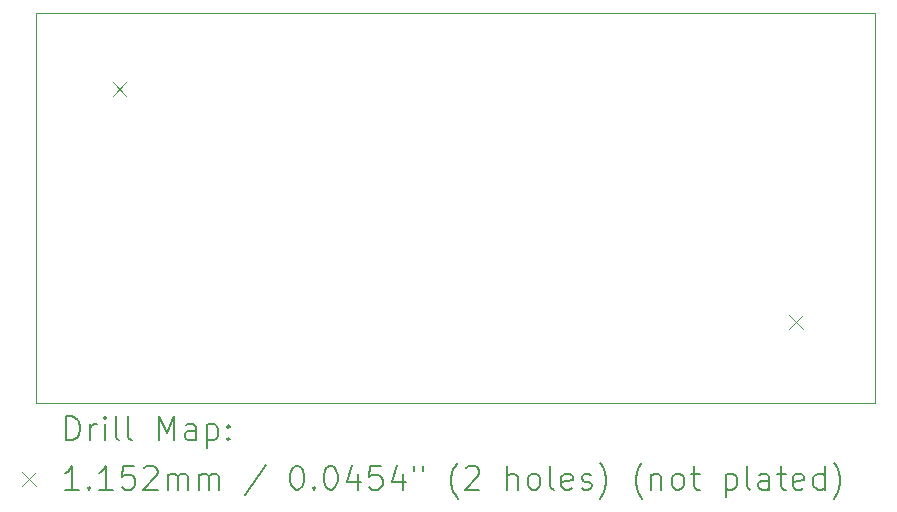
<source format=gbr>
%TF.GenerationSoftware,KiCad,Pcbnew,7.0.8*%
%TF.CreationDate,2023-11-17T13:56:43+01:00*%
%TF.ProjectId,shmoergh-dual-rail-psu,73686d6f-6572-4676-982d-6475616c2d72,rev?*%
%TF.SameCoordinates,Original*%
%TF.FileFunction,Drillmap*%
%TF.FilePolarity,Positive*%
%FSLAX45Y45*%
G04 Gerber Fmt 4.5, Leading zero omitted, Abs format (unit mm)*
G04 Created by KiCad (PCBNEW 7.0.8) date 2023-11-17 13:56:43*
%MOMM*%
%LPD*%
G01*
G04 APERTURE LIST*
%ADD10C,0.100000*%
%ADD11C,0.200000*%
%ADD12C,0.115200*%
G04 APERTURE END LIST*
D10*
X1900000Y-1500000D02*
X9000000Y-1500000D01*
X9000000Y-1500000D02*
X9000000Y-4800000D01*
X1900000Y-4800000D02*
X1900000Y-1500000D01*
X9000000Y-4800000D02*
X1900000Y-4800000D01*
D11*
D12*
X2545900Y-2088700D02*
X2661100Y-2203900D01*
X2661100Y-2088700D02*
X2545900Y-2203900D01*
X8273600Y-4057200D02*
X8388800Y-4172400D01*
X8388800Y-4057200D02*
X8273600Y-4172400D01*
D11*
X2155777Y-5116484D02*
X2155777Y-4916484D01*
X2155777Y-4916484D02*
X2203396Y-4916484D01*
X2203396Y-4916484D02*
X2231967Y-4926008D01*
X2231967Y-4926008D02*
X2251015Y-4945055D01*
X2251015Y-4945055D02*
X2260539Y-4964103D01*
X2260539Y-4964103D02*
X2270063Y-5002198D01*
X2270063Y-5002198D02*
X2270063Y-5030770D01*
X2270063Y-5030770D02*
X2260539Y-5068865D01*
X2260539Y-5068865D02*
X2251015Y-5087912D01*
X2251015Y-5087912D02*
X2231967Y-5106960D01*
X2231967Y-5106960D02*
X2203396Y-5116484D01*
X2203396Y-5116484D02*
X2155777Y-5116484D01*
X2355777Y-5116484D02*
X2355777Y-4983150D01*
X2355777Y-5021246D02*
X2365301Y-5002198D01*
X2365301Y-5002198D02*
X2374824Y-4992674D01*
X2374824Y-4992674D02*
X2393872Y-4983150D01*
X2393872Y-4983150D02*
X2412920Y-4983150D01*
X2479586Y-5116484D02*
X2479586Y-4983150D01*
X2479586Y-4916484D02*
X2470063Y-4926008D01*
X2470063Y-4926008D02*
X2479586Y-4935531D01*
X2479586Y-4935531D02*
X2489110Y-4926008D01*
X2489110Y-4926008D02*
X2479586Y-4916484D01*
X2479586Y-4916484D02*
X2479586Y-4935531D01*
X2603396Y-5116484D02*
X2584348Y-5106960D01*
X2584348Y-5106960D02*
X2574824Y-5087912D01*
X2574824Y-5087912D02*
X2574824Y-4916484D01*
X2708158Y-5116484D02*
X2689110Y-5106960D01*
X2689110Y-5106960D02*
X2679586Y-5087912D01*
X2679586Y-5087912D02*
X2679586Y-4916484D01*
X2936729Y-5116484D02*
X2936729Y-4916484D01*
X2936729Y-4916484D02*
X3003396Y-5059341D01*
X3003396Y-5059341D02*
X3070062Y-4916484D01*
X3070062Y-4916484D02*
X3070062Y-5116484D01*
X3251015Y-5116484D02*
X3251015Y-5011722D01*
X3251015Y-5011722D02*
X3241491Y-4992674D01*
X3241491Y-4992674D02*
X3222443Y-4983150D01*
X3222443Y-4983150D02*
X3184348Y-4983150D01*
X3184348Y-4983150D02*
X3165301Y-4992674D01*
X3251015Y-5106960D02*
X3231967Y-5116484D01*
X3231967Y-5116484D02*
X3184348Y-5116484D01*
X3184348Y-5116484D02*
X3165301Y-5106960D01*
X3165301Y-5106960D02*
X3155777Y-5087912D01*
X3155777Y-5087912D02*
X3155777Y-5068865D01*
X3155777Y-5068865D02*
X3165301Y-5049817D01*
X3165301Y-5049817D02*
X3184348Y-5040293D01*
X3184348Y-5040293D02*
X3231967Y-5040293D01*
X3231967Y-5040293D02*
X3251015Y-5030770D01*
X3346253Y-4983150D02*
X3346253Y-5183150D01*
X3346253Y-4992674D02*
X3365301Y-4983150D01*
X3365301Y-4983150D02*
X3403396Y-4983150D01*
X3403396Y-4983150D02*
X3422443Y-4992674D01*
X3422443Y-4992674D02*
X3431967Y-5002198D01*
X3431967Y-5002198D02*
X3441491Y-5021246D01*
X3441491Y-5021246D02*
X3441491Y-5078389D01*
X3441491Y-5078389D02*
X3431967Y-5097436D01*
X3431967Y-5097436D02*
X3422443Y-5106960D01*
X3422443Y-5106960D02*
X3403396Y-5116484D01*
X3403396Y-5116484D02*
X3365301Y-5116484D01*
X3365301Y-5116484D02*
X3346253Y-5106960D01*
X3527205Y-5097436D02*
X3536729Y-5106960D01*
X3536729Y-5106960D02*
X3527205Y-5116484D01*
X3527205Y-5116484D02*
X3517682Y-5106960D01*
X3517682Y-5106960D02*
X3527205Y-5097436D01*
X3527205Y-5097436D02*
X3527205Y-5116484D01*
X3527205Y-4992674D02*
X3536729Y-5002198D01*
X3536729Y-5002198D02*
X3527205Y-5011722D01*
X3527205Y-5011722D02*
X3517682Y-5002198D01*
X3517682Y-5002198D02*
X3527205Y-4992674D01*
X3527205Y-4992674D02*
X3527205Y-5011722D01*
D12*
X1779800Y-5387400D02*
X1895000Y-5502600D01*
X1895000Y-5387400D02*
X1779800Y-5502600D01*
D11*
X2260539Y-5536484D02*
X2146253Y-5536484D01*
X2203396Y-5536484D02*
X2203396Y-5336484D01*
X2203396Y-5336484D02*
X2184348Y-5365055D01*
X2184348Y-5365055D02*
X2165301Y-5384103D01*
X2165301Y-5384103D02*
X2146253Y-5393627D01*
X2346253Y-5517436D02*
X2355777Y-5526960D01*
X2355777Y-5526960D02*
X2346253Y-5536484D01*
X2346253Y-5536484D02*
X2336729Y-5526960D01*
X2336729Y-5526960D02*
X2346253Y-5517436D01*
X2346253Y-5517436D02*
X2346253Y-5536484D01*
X2546253Y-5536484D02*
X2431967Y-5536484D01*
X2489110Y-5536484D02*
X2489110Y-5336484D01*
X2489110Y-5336484D02*
X2470063Y-5365055D01*
X2470063Y-5365055D02*
X2451015Y-5384103D01*
X2451015Y-5384103D02*
X2431967Y-5393627D01*
X2727205Y-5336484D02*
X2631967Y-5336484D01*
X2631967Y-5336484D02*
X2622444Y-5431722D01*
X2622444Y-5431722D02*
X2631967Y-5422198D01*
X2631967Y-5422198D02*
X2651015Y-5412674D01*
X2651015Y-5412674D02*
X2698634Y-5412674D01*
X2698634Y-5412674D02*
X2717682Y-5422198D01*
X2717682Y-5422198D02*
X2727205Y-5431722D01*
X2727205Y-5431722D02*
X2736729Y-5450770D01*
X2736729Y-5450770D02*
X2736729Y-5498389D01*
X2736729Y-5498389D02*
X2727205Y-5517436D01*
X2727205Y-5517436D02*
X2717682Y-5526960D01*
X2717682Y-5526960D02*
X2698634Y-5536484D01*
X2698634Y-5536484D02*
X2651015Y-5536484D01*
X2651015Y-5536484D02*
X2631967Y-5526960D01*
X2631967Y-5526960D02*
X2622444Y-5517436D01*
X2812920Y-5355531D02*
X2822443Y-5346008D01*
X2822443Y-5346008D02*
X2841491Y-5336484D01*
X2841491Y-5336484D02*
X2889110Y-5336484D01*
X2889110Y-5336484D02*
X2908158Y-5346008D01*
X2908158Y-5346008D02*
X2917682Y-5355531D01*
X2917682Y-5355531D02*
X2927205Y-5374579D01*
X2927205Y-5374579D02*
X2927205Y-5393627D01*
X2927205Y-5393627D02*
X2917682Y-5422198D01*
X2917682Y-5422198D02*
X2803396Y-5536484D01*
X2803396Y-5536484D02*
X2927205Y-5536484D01*
X3012920Y-5536484D02*
X3012920Y-5403150D01*
X3012920Y-5422198D02*
X3022443Y-5412674D01*
X3022443Y-5412674D02*
X3041491Y-5403150D01*
X3041491Y-5403150D02*
X3070063Y-5403150D01*
X3070063Y-5403150D02*
X3089110Y-5412674D01*
X3089110Y-5412674D02*
X3098634Y-5431722D01*
X3098634Y-5431722D02*
X3098634Y-5536484D01*
X3098634Y-5431722D02*
X3108158Y-5412674D01*
X3108158Y-5412674D02*
X3127205Y-5403150D01*
X3127205Y-5403150D02*
X3155777Y-5403150D01*
X3155777Y-5403150D02*
X3174824Y-5412674D01*
X3174824Y-5412674D02*
X3184348Y-5431722D01*
X3184348Y-5431722D02*
X3184348Y-5536484D01*
X3279586Y-5536484D02*
X3279586Y-5403150D01*
X3279586Y-5422198D02*
X3289110Y-5412674D01*
X3289110Y-5412674D02*
X3308158Y-5403150D01*
X3308158Y-5403150D02*
X3336729Y-5403150D01*
X3336729Y-5403150D02*
X3355777Y-5412674D01*
X3355777Y-5412674D02*
X3365301Y-5431722D01*
X3365301Y-5431722D02*
X3365301Y-5536484D01*
X3365301Y-5431722D02*
X3374824Y-5412674D01*
X3374824Y-5412674D02*
X3393872Y-5403150D01*
X3393872Y-5403150D02*
X3422443Y-5403150D01*
X3422443Y-5403150D02*
X3441491Y-5412674D01*
X3441491Y-5412674D02*
X3451015Y-5431722D01*
X3451015Y-5431722D02*
X3451015Y-5536484D01*
X3841491Y-5326960D02*
X3670063Y-5584103D01*
X4098634Y-5336484D02*
X4117682Y-5336484D01*
X4117682Y-5336484D02*
X4136729Y-5346008D01*
X4136729Y-5346008D02*
X4146253Y-5355531D01*
X4146253Y-5355531D02*
X4155777Y-5374579D01*
X4155777Y-5374579D02*
X4165301Y-5412674D01*
X4165301Y-5412674D02*
X4165301Y-5460293D01*
X4165301Y-5460293D02*
X4155777Y-5498389D01*
X4155777Y-5498389D02*
X4146253Y-5517436D01*
X4146253Y-5517436D02*
X4136729Y-5526960D01*
X4136729Y-5526960D02*
X4117682Y-5536484D01*
X4117682Y-5536484D02*
X4098634Y-5536484D01*
X4098634Y-5536484D02*
X4079586Y-5526960D01*
X4079586Y-5526960D02*
X4070063Y-5517436D01*
X4070063Y-5517436D02*
X4060539Y-5498389D01*
X4060539Y-5498389D02*
X4051015Y-5460293D01*
X4051015Y-5460293D02*
X4051015Y-5412674D01*
X4051015Y-5412674D02*
X4060539Y-5374579D01*
X4060539Y-5374579D02*
X4070063Y-5355531D01*
X4070063Y-5355531D02*
X4079586Y-5346008D01*
X4079586Y-5346008D02*
X4098634Y-5336484D01*
X4251015Y-5517436D02*
X4260539Y-5526960D01*
X4260539Y-5526960D02*
X4251015Y-5536484D01*
X4251015Y-5536484D02*
X4241491Y-5526960D01*
X4241491Y-5526960D02*
X4251015Y-5517436D01*
X4251015Y-5517436D02*
X4251015Y-5536484D01*
X4384348Y-5336484D02*
X4403396Y-5336484D01*
X4403396Y-5336484D02*
X4422444Y-5346008D01*
X4422444Y-5346008D02*
X4431968Y-5355531D01*
X4431968Y-5355531D02*
X4441491Y-5374579D01*
X4441491Y-5374579D02*
X4451015Y-5412674D01*
X4451015Y-5412674D02*
X4451015Y-5460293D01*
X4451015Y-5460293D02*
X4441491Y-5498389D01*
X4441491Y-5498389D02*
X4431968Y-5517436D01*
X4431968Y-5517436D02*
X4422444Y-5526960D01*
X4422444Y-5526960D02*
X4403396Y-5536484D01*
X4403396Y-5536484D02*
X4384348Y-5536484D01*
X4384348Y-5536484D02*
X4365301Y-5526960D01*
X4365301Y-5526960D02*
X4355777Y-5517436D01*
X4355777Y-5517436D02*
X4346253Y-5498389D01*
X4346253Y-5498389D02*
X4336729Y-5460293D01*
X4336729Y-5460293D02*
X4336729Y-5412674D01*
X4336729Y-5412674D02*
X4346253Y-5374579D01*
X4346253Y-5374579D02*
X4355777Y-5355531D01*
X4355777Y-5355531D02*
X4365301Y-5346008D01*
X4365301Y-5346008D02*
X4384348Y-5336484D01*
X4622444Y-5403150D02*
X4622444Y-5536484D01*
X4574825Y-5326960D02*
X4527206Y-5469817D01*
X4527206Y-5469817D02*
X4651015Y-5469817D01*
X4822444Y-5336484D02*
X4727206Y-5336484D01*
X4727206Y-5336484D02*
X4717682Y-5431722D01*
X4717682Y-5431722D02*
X4727206Y-5422198D01*
X4727206Y-5422198D02*
X4746253Y-5412674D01*
X4746253Y-5412674D02*
X4793872Y-5412674D01*
X4793872Y-5412674D02*
X4812920Y-5422198D01*
X4812920Y-5422198D02*
X4822444Y-5431722D01*
X4822444Y-5431722D02*
X4831968Y-5450770D01*
X4831968Y-5450770D02*
X4831968Y-5498389D01*
X4831968Y-5498389D02*
X4822444Y-5517436D01*
X4822444Y-5517436D02*
X4812920Y-5526960D01*
X4812920Y-5526960D02*
X4793872Y-5536484D01*
X4793872Y-5536484D02*
X4746253Y-5536484D01*
X4746253Y-5536484D02*
X4727206Y-5526960D01*
X4727206Y-5526960D02*
X4717682Y-5517436D01*
X5003396Y-5403150D02*
X5003396Y-5536484D01*
X4955777Y-5326960D02*
X4908158Y-5469817D01*
X4908158Y-5469817D02*
X5031968Y-5469817D01*
X5098634Y-5336484D02*
X5098634Y-5374579D01*
X5174825Y-5336484D02*
X5174825Y-5374579D01*
X5470063Y-5612674D02*
X5460539Y-5603150D01*
X5460539Y-5603150D02*
X5441491Y-5574579D01*
X5441491Y-5574579D02*
X5431968Y-5555531D01*
X5431968Y-5555531D02*
X5422444Y-5526960D01*
X5422444Y-5526960D02*
X5412920Y-5479341D01*
X5412920Y-5479341D02*
X5412920Y-5441246D01*
X5412920Y-5441246D02*
X5422444Y-5393627D01*
X5422444Y-5393627D02*
X5431968Y-5365055D01*
X5431968Y-5365055D02*
X5441491Y-5346008D01*
X5441491Y-5346008D02*
X5460539Y-5317436D01*
X5460539Y-5317436D02*
X5470063Y-5307912D01*
X5536730Y-5355531D02*
X5546253Y-5346008D01*
X5546253Y-5346008D02*
X5565301Y-5336484D01*
X5565301Y-5336484D02*
X5612920Y-5336484D01*
X5612920Y-5336484D02*
X5631968Y-5346008D01*
X5631968Y-5346008D02*
X5641491Y-5355531D01*
X5641491Y-5355531D02*
X5651015Y-5374579D01*
X5651015Y-5374579D02*
X5651015Y-5393627D01*
X5651015Y-5393627D02*
X5641491Y-5422198D01*
X5641491Y-5422198D02*
X5527206Y-5536484D01*
X5527206Y-5536484D02*
X5651015Y-5536484D01*
X5889110Y-5536484D02*
X5889110Y-5336484D01*
X5974825Y-5536484D02*
X5974825Y-5431722D01*
X5974825Y-5431722D02*
X5965301Y-5412674D01*
X5965301Y-5412674D02*
X5946253Y-5403150D01*
X5946253Y-5403150D02*
X5917682Y-5403150D01*
X5917682Y-5403150D02*
X5898634Y-5412674D01*
X5898634Y-5412674D02*
X5889110Y-5422198D01*
X6098634Y-5536484D02*
X6079587Y-5526960D01*
X6079587Y-5526960D02*
X6070063Y-5517436D01*
X6070063Y-5517436D02*
X6060539Y-5498389D01*
X6060539Y-5498389D02*
X6060539Y-5441246D01*
X6060539Y-5441246D02*
X6070063Y-5422198D01*
X6070063Y-5422198D02*
X6079587Y-5412674D01*
X6079587Y-5412674D02*
X6098634Y-5403150D01*
X6098634Y-5403150D02*
X6127206Y-5403150D01*
X6127206Y-5403150D02*
X6146253Y-5412674D01*
X6146253Y-5412674D02*
X6155777Y-5422198D01*
X6155777Y-5422198D02*
X6165301Y-5441246D01*
X6165301Y-5441246D02*
X6165301Y-5498389D01*
X6165301Y-5498389D02*
X6155777Y-5517436D01*
X6155777Y-5517436D02*
X6146253Y-5526960D01*
X6146253Y-5526960D02*
X6127206Y-5536484D01*
X6127206Y-5536484D02*
X6098634Y-5536484D01*
X6279587Y-5536484D02*
X6260539Y-5526960D01*
X6260539Y-5526960D02*
X6251015Y-5507912D01*
X6251015Y-5507912D02*
X6251015Y-5336484D01*
X6431968Y-5526960D02*
X6412920Y-5536484D01*
X6412920Y-5536484D02*
X6374825Y-5536484D01*
X6374825Y-5536484D02*
X6355777Y-5526960D01*
X6355777Y-5526960D02*
X6346253Y-5507912D01*
X6346253Y-5507912D02*
X6346253Y-5431722D01*
X6346253Y-5431722D02*
X6355777Y-5412674D01*
X6355777Y-5412674D02*
X6374825Y-5403150D01*
X6374825Y-5403150D02*
X6412920Y-5403150D01*
X6412920Y-5403150D02*
X6431968Y-5412674D01*
X6431968Y-5412674D02*
X6441491Y-5431722D01*
X6441491Y-5431722D02*
X6441491Y-5450770D01*
X6441491Y-5450770D02*
X6346253Y-5469817D01*
X6517682Y-5526960D02*
X6536730Y-5536484D01*
X6536730Y-5536484D02*
X6574825Y-5536484D01*
X6574825Y-5536484D02*
X6593872Y-5526960D01*
X6593872Y-5526960D02*
X6603396Y-5507912D01*
X6603396Y-5507912D02*
X6603396Y-5498389D01*
X6603396Y-5498389D02*
X6593872Y-5479341D01*
X6593872Y-5479341D02*
X6574825Y-5469817D01*
X6574825Y-5469817D02*
X6546253Y-5469817D01*
X6546253Y-5469817D02*
X6527206Y-5460293D01*
X6527206Y-5460293D02*
X6517682Y-5441246D01*
X6517682Y-5441246D02*
X6517682Y-5431722D01*
X6517682Y-5431722D02*
X6527206Y-5412674D01*
X6527206Y-5412674D02*
X6546253Y-5403150D01*
X6546253Y-5403150D02*
X6574825Y-5403150D01*
X6574825Y-5403150D02*
X6593872Y-5412674D01*
X6670063Y-5612674D02*
X6679587Y-5603150D01*
X6679587Y-5603150D02*
X6698634Y-5574579D01*
X6698634Y-5574579D02*
X6708158Y-5555531D01*
X6708158Y-5555531D02*
X6717682Y-5526960D01*
X6717682Y-5526960D02*
X6727206Y-5479341D01*
X6727206Y-5479341D02*
X6727206Y-5441246D01*
X6727206Y-5441246D02*
X6717682Y-5393627D01*
X6717682Y-5393627D02*
X6708158Y-5365055D01*
X6708158Y-5365055D02*
X6698634Y-5346008D01*
X6698634Y-5346008D02*
X6679587Y-5317436D01*
X6679587Y-5317436D02*
X6670063Y-5307912D01*
X7031968Y-5612674D02*
X7022444Y-5603150D01*
X7022444Y-5603150D02*
X7003396Y-5574579D01*
X7003396Y-5574579D02*
X6993872Y-5555531D01*
X6993872Y-5555531D02*
X6984349Y-5526960D01*
X6984349Y-5526960D02*
X6974825Y-5479341D01*
X6974825Y-5479341D02*
X6974825Y-5441246D01*
X6974825Y-5441246D02*
X6984349Y-5393627D01*
X6984349Y-5393627D02*
X6993872Y-5365055D01*
X6993872Y-5365055D02*
X7003396Y-5346008D01*
X7003396Y-5346008D02*
X7022444Y-5317436D01*
X7022444Y-5317436D02*
X7031968Y-5307912D01*
X7108158Y-5403150D02*
X7108158Y-5536484D01*
X7108158Y-5422198D02*
X7117682Y-5412674D01*
X7117682Y-5412674D02*
X7136730Y-5403150D01*
X7136730Y-5403150D02*
X7165301Y-5403150D01*
X7165301Y-5403150D02*
X7184349Y-5412674D01*
X7184349Y-5412674D02*
X7193872Y-5431722D01*
X7193872Y-5431722D02*
X7193872Y-5536484D01*
X7317682Y-5536484D02*
X7298634Y-5526960D01*
X7298634Y-5526960D02*
X7289111Y-5517436D01*
X7289111Y-5517436D02*
X7279587Y-5498389D01*
X7279587Y-5498389D02*
X7279587Y-5441246D01*
X7279587Y-5441246D02*
X7289111Y-5422198D01*
X7289111Y-5422198D02*
X7298634Y-5412674D01*
X7298634Y-5412674D02*
X7317682Y-5403150D01*
X7317682Y-5403150D02*
X7346253Y-5403150D01*
X7346253Y-5403150D02*
X7365301Y-5412674D01*
X7365301Y-5412674D02*
X7374825Y-5422198D01*
X7374825Y-5422198D02*
X7384349Y-5441246D01*
X7384349Y-5441246D02*
X7384349Y-5498389D01*
X7384349Y-5498389D02*
X7374825Y-5517436D01*
X7374825Y-5517436D02*
X7365301Y-5526960D01*
X7365301Y-5526960D02*
X7346253Y-5536484D01*
X7346253Y-5536484D02*
X7317682Y-5536484D01*
X7441492Y-5403150D02*
X7517682Y-5403150D01*
X7470063Y-5336484D02*
X7470063Y-5507912D01*
X7470063Y-5507912D02*
X7479587Y-5526960D01*
X7479587Y-5526960D02*
X7498634Y-5536484D01*
X7498634Y-5536484D02*
X7517682Y-5536484D01*
X7736730Y-5403150D02*
X7736730Y-5603150D01*
X7736730Y-5412674D02*
X7755777Y-5403150D01*
X7755777Y-5403150D02*
X7793873Y-5403150D01*
X7793873Y-5403150D02*
X7812920Y-5412674D01*
X7812920Y-5412674D02*
X7822444Y-5422198D01*
X7822444Y-5422198D02*
X7831968Y-5441246D01*
X7831968Y-5441246D02*
X7831968Y-5498389D01*
X7831968Y-5498389D02*
X7822444Y-5517436D01*
X7822444Y-5517436D02*
X7812920Y-5526960D01*
X7812920Y-5526960D02*
X7793873Y-5536484D01*
X7793873Y-5536484D02*
X7755777Y-5536484D01*
X7755777Y-5536484D02*
X7736730Y-5526960D01*
X7946253Y-5536484D02*
X7927206Y-5526960D01*
X7927206Y-5526960D02*
X7917682Y-5507912D01*
X7917682Y-5507912D02*
X7917682Y-5336484D01*
X8108158Y-5536484D02*
X8108158Y-5431722D01*
X8108158Y-5431722D02*
X8098634Y-5412674D01*
X8098634Y-5412674D02*
X8079587Y-5403150D01*
X8079587Y-5403150D02*
X8041492Y-5403150D01*
X8041492Y-5403150D02*
X8022444Y-5412674D01*
X8108158Y-5526960D02*
X8089111Y-5536484D01*
X8089111Y-5536484D02*
X8041492Y-5536484D01*
X8041492Y-5536484D02*
X8022444Y-5526960D01*
X8022444Y-5526960D02*
X8012920Y-5507912D01*
X8012920Y-5507912D02*
X8012920Y-5488865D01*
X8012920Y-5488865D02*
X8022444Y-5469817D01*
X8022444Y-5469817D02*
X8041492Y-5460293D01*
X8041492Y-5460293D02*
X8089111Y-5460293D01*
X8089111Y-5460293D02*
X8108158Y-5450770D01*
X8174825Y-5403150D02*
X8251015Y-5403150D01*
X8203396Y-5336484D02*
X8203396Y-5507912D01*
X8203396Y-5507912D02*
X8212920Y-5526960D01*
X8212920Y-5526960D02*
X8231968Y-5536484D01*
X8231968Y-5536484D02*
X8251015Y-5536484D01*
X8393873Y-5526960D02*
X8374825Y-5536484D01*
X8374825Y-5536484D02*
X8336730Y-5536484D01*
X8336730Y-5536484D02*
X8317682Y-5526960D01*
X8317682Y-5526960D02*
X8308158Y-5507912D01*
X8308158Y-5507912D02*
X8308158Y-5431722D01*
X8308158Y-5431722D02*
X8317682Y-5412674D01*
X8317682Y-5412674D02*
X8336730Y-5403150D01*
X8336730Y-5403150D02*
X8374825Y-5403150D01*
X8374825Y-5403150D02*
X8393873Y-5412674D01*
X8393873Y-5412674D02*
X8403396Y-5431722D01*
X8403396Y-5431722D02*
X8403396Y-5450770D01*
X8403396Y-5450770D02*
X8308158Y-5469817D01*
X8574825Y-5536484D02*
X8574825Y-5336484D01*
X8574825Y-5526960D02*
X8555777Y-5536484D01*
X8555777Y-5536484D02*
X8517682Y-5536484D01*
X8517682Y-5536484D02*
X8498635Y-5526960D01*
X8498635Y-5526960D02*
X8489111Y-5517436D01*
X8489111Y-5517436D02*
X8479587Y-5498389D01*
X8479587Y-5498389D02*
X8479587Y-5441246D01*
X8479587Y-5441246D02*
X8489111Y-5422198D01*
X8489111Y-5422198D02*
X8498635Y-5412674D01*
X8498635Y-5412674D02*
X8517682Y-5403150D01*
X8517682Y-5403150D02*
X8555777Y-5403150D01*
X8555777Y-5403150D02*
X8574825Y-5412674D01*
X8651016Y-5612674D02*
X8660539Y-5603150D01*
X8660539Y-5603150D02*
X8679587Y-5574579D01*
X8679587Y-5574579D02*
X8689111Y-5555531D01*
X8689111Y-5555531D02*
X8698635Y-5526960D01*
X8698635Y-5526960D02*
X8708158Y-5479341D01*
X8708158Y-5479341D02*
X8708158Y-5441246D01*
X8708158Y-5441246D02*
X8698635Y-5393627D01*
X8698635Y-5393627D02*
X8689111Y-5365055D01*
X8689111Y-5365055D02*
X8679587Y-5346008D01*
X8679587Y-5346008D02*
X8660539Y-5317436D01*
X8660539Y-5317436D02*
X8651016Y-5307912D01*
M02*

</source>
